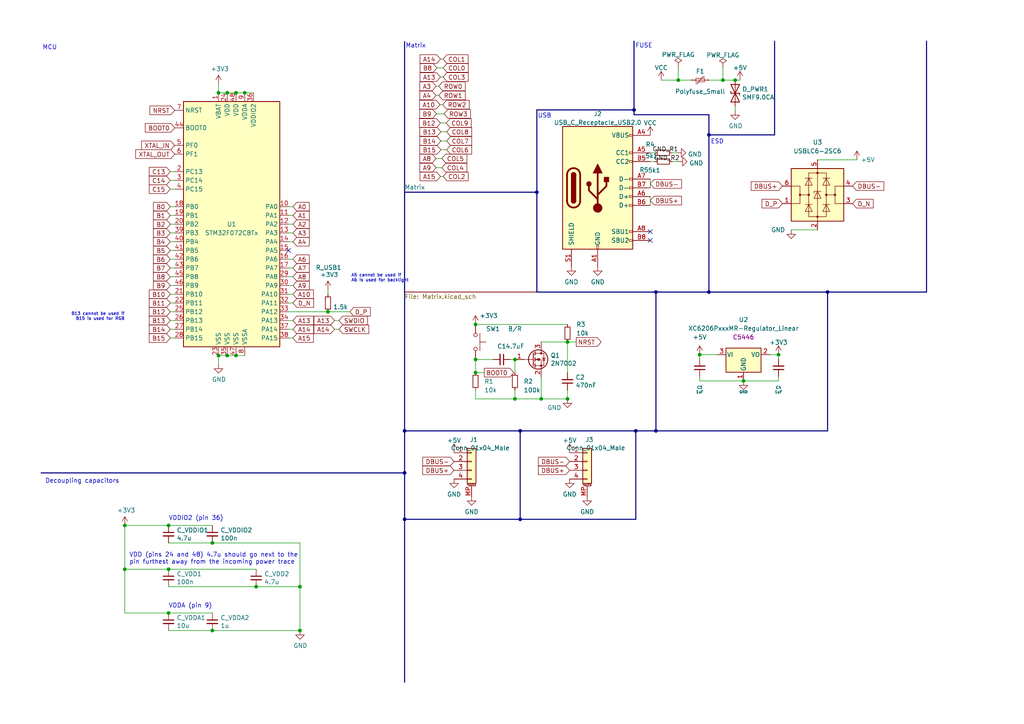
<source format=kicad_sch>
(kicad_sch (version 20211123) (generator eeschema)
  (paper "A4")
  (lib_symbols
    (symbol "Connector:USB_C_Receptacle_USB2.0" (pin_names (offset 1.016))
      (property "Reference" "J" (at -10.16 19.05 0))
      (property "Value" "USB_C_Receptacle_USB2.0" (at 19.05 19.05 0))
      (symbol "USB_C_Receptacle_USB2.0_0_0"
        (rectangle (start -0.254 -17.78) (end 0.254 -16.764))
        (rectangle (start 10.16 -14.986) (end 9.144 -15.494))
        (rectangle (start 10.16 -12.446) (end 9.144 -12.954))
        (rectangle (start 10.16 -4.826) (end 9.144 -5.334))
        (rectangle (start 10.16 -2.286) (end 9.144 -2.794))
        (rectangle (start 10.16 0.254) (end 9.144 -0.254))
        (rectangle (start 10.16 2.794) (end 9.144 2.286))
        (rectangle (start 10.16 7.874) (end 9.144 7.366))
        (rectangle (start 10.16 10.414) (end 9.144 9.906))
        (rectangle (start 10.16 15.494) (end 9.144 14.986))
      )
      (symbol "USB_C_Receptacle_USB2.0_0_1"
        (rectangle (start -10.16 17.78) (end 10.16 -17.78) (stroke (width 0.254)) (fill (type background)))
        (arc (start -8.89 -3.81) (mid -6.985 -5.715) (end -5.08 -3.81) (stroke (width 0.508)))
        (arc (start -7.62 -3.81) (mid -6.985 -4.445) (end -6.35 -3.81) (stroke (width 0.254)))
        (arc (start -7.62 -3.81) (mid -6.985 -4.445) (end -6.35 -3.81) (stroke (width 0.254)) (fill (type outline)))
        (rectangle (start -7.62 -3.81) (end -6.35 3.81) (stroke (width 0.254)) (fill (type outline)))
        (arc (start -6.35 3.81) (mid -6.985 4.445) (end -7.62 3.81) (stroke (width 0.254)))
        (arc (start -6.35 3.81) (mid -6.985 4.445) (end -7.62 3.81) (stroke (width 0.254)) (fill (type outline)))
        (arc (start -5.08 3.81) (mid -6.985 5.715) (end -8.89 3.81) (stroke (width 0.508)))
        (circle (center -2.54 1.143) (radius 0.635) (stroke (width 0.254)) (fill (type outline)))
        (circle (center 0 -5.842) (radius 1.27) (fill (type outline)))
        (polyline (pts (xy -8.89 -3.81) (xy -8.89 3.81)) (stroke (width 0.508)))
        (polyline (pts (xy -5.08 3.81) (xy -5.08 -3.81)) (stroke (width 0.508)))
        (polyline (pts (xy 0 -5.842) (xy 0 4.318)) (stroke (width 0.508)))
        (polyline (pts (xy 0 -3.302) (xy -2.54 -0.762) (xy -2.54 0.508)) (stroke (width 0.508)))
        (polyline (pts (xy 0 -2.032) (xy 2.54 0.508) (xy 2.54 1.778)) (stroke (width 0.508)))
        (polyline (pts (xy -1.27 4.318) (xy 0 6.858) (xy 1.27 4.318) (xy -1.27 4.318)) (stroke (width 0.254)) (fill (type outline)))
        (rectangle (start 1.905 1.778) (end 3.175 3.048) (stroke (width 0.254)) (fill (type outline)))
      )
      (symbol "USB_C_Receptacle_USB2.0_1_1"
        (pin passive line (at 0 -22.86 90) (length 5.08) (name "GND") (number "A1"))
        (pin passive line (at 0 -22.86 90) (length 5.08) hide (name "GND") (number "A12"))
        (pin passive line (at 15.24 15.24 180) (length 5.08) (name "VBUS") (number "A4"))
        (pin bidirectional line (at 15.24 10.16 180) (length 5.08) (name "CC1") (number "A5"))
        (pin bidirectional line (at 15.24 -2.54 180) (length 5.08) (name "D+") (number "A6"))
        (pin bidirectional line (at 15.24 2.54 180) (length 5.08) (name "D-") (number "A7"))
        (pin bidirectional line (at 15.24 -12.7 180) (length 5.08) (name "SBU1") (number "A8"))
        (pin passive line (at 15.24 15.24 180) (length 5.08) hide (name "VBUS") (number "A9"))
        (pin passive line (at 0 -22.86 90) (length 5.08) hide (name "GND") (number "B1"))
        (pin passive line (at 0 -22.86 90) (length 5.08) hide (name "GND") (number "B12"))
        (pin passive line (at 15.24 15.24 180) (length 5.08) hide (name "VBUS") (number "B4"))
        (pin bidirectional line (at 15.24 7.62 180) (length 5.08) (name "CC2") (number "B5"))
        (pin bidirectional line (at 15.24 -5.08 180) (length 5.08) (name "D+") (number "B6"))
        (pin bidirectional line (at 15.24 0 180) (length 5.08) (name "D-") (number "B7"))
        (pin bidirectional line (at 15.24 -15.24 180) (length 5.08) (name "SBU2") (number "B8"))
        (pin passive line (at 15.24 15.24 180) (length 5.08) hide (name "VBUS") (number "B9"))
        (pin passive line (at -7.62 -22.86 90) (length 5.08) (name "SHIELD") (number "S1"))
      )
    )
    (symbol "Connector_Generic_MountingPin:Conn_01x04_MountingPin" (pin_names (offset 1.016) hide)
      (property "Reference" "J" (at 0 5.08 0))
      (property "Value" "Conn_01x04_MountingPin" (at 1.27 -7.62 0))
      (symbol "Conn_01x04_MountingPin_1_1"
        (rectangle (start -1.27 -4.953) (end 0 -5.207) (stroke (width 0.1524)))
        (rectangle (start -1.27 -2.413) (end 0 -2.667) (stroke (width 0.1524)))
        (rectangle (start -1.27 0.127) (end 0 -0.127) (stroke (width 0.1524)))
        (rectangle (start -1.27 2.667) (end 0 2.413) (stroke (width 0.1524)))
        (rectangle (start -1.27 3.81) (end 1.27 -6.35) (stroke (width 0.254)) (fill (type background)))
        (polyline (pts (xy -1.016 -7.112) (xy 1.016 -7.112)) (stroke (width 0.1524)))
        (text "Mounting" (at 0 -6.731 0) (effects (font (size 0.381 0.381))))
        (pin passive line (at -5.08 2.54 0) (length 3.81) (name "Pin_1") (number "1"))
        (pin passive line (at -5.08 0 0) (length 3.81) (name "Pin_2") (number "2"))
        (pin passive line (at -5.08 -2.54 0) (length 3.81) (name "Pin_3") (number "3"))
        (pin passive line (at -5.08 -5.08 0) (length 3.81) (name "Pin_4") (number "4"))
        (pin passive line (at 0 -10.16 90) (length 3.048) (name "MountPin") (number "MP"))
      )
    )
    (symbol "Device:C_Small" (pin_numbers hide) (pin_names (offset 0.254) hide)
      (property "Reference" "C" (at 0.254 1.778 0))
      (property "Value" "C_Small" (at 0.254 -2.032 0))
      (symbol "C_Small_0_1"
        (polyline (pts (xy -1.524 -0.508) (xy 1.524 -0.508)) (stroke (width 0.3302)))
        (polyline (pts (xy -1.524 0.508) (xy 1.524 0.508)) (stroke (width 0.3048)))
      )
      (symbol "C_Small_1_1"
        (pin passive line (at 0 2.54 270) (length 2.032) (name "~") (number "1"))
        (pin passive line (at 0 -2.54 90) (length 2.032) (name "~") (number "2"))
      )
    )
    (symbol "Device:D_TVS" (pin_numbers hide) (pin_names (offset 1.016) hide)
      (property "Reference" "D" (at 0 2.54 0))
      (property "Value" "D_TVS" (at 0 -2.54 0))
      (symbol "D_TVS_0_1"
        (polyline (pts (xy 1.27 0) (xy -1.27 0)))
        (polyline (pts (xy 0.508 1.27) (xy 0 1.27) (xy 0 -1.27) (xy -0.508 -1.27)) (stroke (width 0.254)))
        (polyline (pts (xy -2.54 1.27) (xy -2.54 -1.27) (xy 2.54 1.27) (xy 2.54 -1.27) (xy -2.54 1.27)) (stroke (width 0.254)))
      )
      (symbol "D_TVS_1_1"
        (pin passive line (at -3.81 0 0) (length 2.54) (name "A1") (number "1"))
        (pin passive line (at 3.81 0 180) (length 2.54) (name "A2") (number "2"))
      )
    )
    (symbol "Device:Polyfuse_Small" (pin_numbers hide) (pin_names (offset 0))
      (property "Reference" "F" (at -1.905 0 90))
      (property "Value" "Polyfuse_Small" (at 1.905 0 90))
      (symbol "Polyfuse_Small_0_1"
        (rectangle (start -0.508 1.27) (end 0.508 -1.27))
        (polyline (pts (xy 0 2.54) (xy 0 -2.54)))
        (polyline (pts (xy -1.016 1.27) (xy -1.016 0.762) (xy 1.016 -0.762) (xy 1.016 -1.27)))
      )
      (symbol "Polyfuse_Small_1_1"
        (pin passive line (at 0 2.54 270) (length 0.635) (name "~") (number "1"))
        (pin passive line (at 0 -2.54 90) (length 0.635) (name "~") (number "2"))
      )
    )
    (symbol "Device:R_Small" (pin_numbers hide) (pin_names (offset 0.254) hide)
      (property "Reference" "R" (at 0.762 0.508 0))
      (property "Value" "R_Small" (at 0.762 -1.016 0))
      (symbol "R_Small_0_1"
        (rectangle (start -0.762 1.778) (end 0.762 -1.778) (stroke (width 0.2032)))
      )
      (symbol "R_Small_1_1"
        (pin passive line (at 0 2.54 270) (length 0.762) (name "~") (number "1"))
        (pin passive line (at 0 -2.54 90) (length 0.762) (name "~") (number "2"))
      )
    )
    (symbol "MCU_ST_STM32F0:STM32F072CBTx"
      (property "Reference" "U" (at -15.24 36.83 0))
      (property "Value" "STM32F072CBTx" (at 7.62 36.83 0))
      (symbol "STM32F072CBTx_0_1"
        (rectangle (start -15.24 -35.56) (end 12.7 35.56) (stroke (width 0.254)) (fill (type background)))
      )
      (symbol "STM32F072CBTx_1_1"
        (pin power_in line (at -5.08 38.1 270) (length 2.54) (name "VBAT") (number "1"))
        (pin bidirectional line (at 15.24 5.08 180) (length 2.54) (name "PA0") (number "10"))
        (pin bidirectional line (at 15.24 2.54 180) (length 2.54) (name "PA1") (number "11"))
        (pin bidirectional line (at 15.24 0 180) (length 2.54) (name "PA2") (number "12"))
        (pin bidirectional line (at 15.24 -2.54 180) (length 2.54) (name "PA3") (number "13"))
        (pin bidirectional line (at 15.24 -5.08 180) (length 2.54) (name "PA4") (number "14"))
        (pin bidirectional line (at 15.24 -7.62 180) (length 2.54) (name "PA5") (number "15"))
        (pin bidirectional line (at 15.24 -10.16 180) (length 2.54) (name "PA6") (number "16"))
        (pin bidirectional line (at 15.24 -12.7 180) (length 2.54) (name "PA7") (number "17"))
        (pin bidirectional line (at -17.78 5.08 0) (length 2.54) (name "PB0") (number "18"))
        (pin bidirectional line (at -17.78 2.54 0) (length 2.54) (name "PB1") (number "19"))
        (pin bidirectional line (at -17.78 15.24 0) (length 2.54) (name "PC13") (number "2"))
        (pin bidirectional line (at -17.78 0 0) (length 2.54) (name "PB2") (number "20"))
        (pin bidirectional line (at -17.78 -20.32 0) (length 2.54) (name "PB10") (number "21"))
        (pin bidirectional line (at -17.78 -22.86 0) (length 2.54) (name "PB11") (number "22"))
        (pin power_in line (at -5.08 -38.1 90) (length 2.54) (name "VSS") (number "23"))
        (pin power_in line (at -2.54 38.1 270) (length 2.54) (name "VDD") (number "24"))
        (pin bidirectional line (at -17.78 -25.4 0) (length 2.54) (name "PB12") (number "25"))
        (pin bidirectional line (at -17.78 -27.94 0) (length 2.54) (name "PB13") (number "26"))
        (pin bidirectional line (at -17.78 -30.48 0) (length 2.54) (name "PB14") (number "27"))
        (pin bidirectional line (at -17.78 -33.02 0) (length 2.54) (name "PB15") (number "28"))
        (pin bidirectional line (at 15.24 -15.24 180) (length 2.54) (name "PA8") (number "29"))
        (pin bidirectional line (at -17.78 12.7 0) (length 2.54) (name "PC14") (number "3"))
        (pin bidirectional line (at 15.24 -17.78 180) (length 2.54) (name "PA9") (number "30"))
        (pin bidirectional line (at 15.24 -20.32 180) (length 2.54) (name "PA10") (number "31"))
        (pin bidirectional line (at 15.24 -22.86 180) (length 2.54) (name "PA11") (number "32"))
        (pin bidirectional line (at 15.24 -25.4 180) (length 2.54) (name "PA12") (number "33"))
        (pin bidirectional line (at 15.24 -27.94 180) (length 2.54) (name "PA13") (number "34"))
        (pin power_in line (at -2.54 -38.1 90) (length 2.54) (name "VSS") (number "35"))
        (pin power_in line (at 5.08 38.1 270) (length 2.54) (name "VDDIO2") (number "36"))
        (pin bidirectional line (at 15.24 -30.48 180) (length 2.54) (name "PA14") (number "37"))
        (pin bidirectional line (at 15.24 -33.02 180) (length 2.54) (name "PA15") (number "38"))
        (pin bidirectional line (at -17.78 -2.54 0) (length 2.54) (name "PB3") (number "39"))
        (pin bidirectional line (at -17.78 10.16 0) (length 2.54) (name "PC15") (number "4"))
        (pin bidirectional line (at -17.78 -5.08 0) (length 2.54) (name "PB4") (number "40"))
        (pin bidirectional line (at -17.78 -7.62 0) (length 2.54) (name "PB5") (number "41"))
        (pin bidirectional line (at -17.78 -10.16 0) (length 2.54) (name "PB6") (number "42"))
        (pin bidirectional line (at -17.78 -12.7 0) (length 2.54) (name "PB7") (number "43"))
        (pin input line (at -17.78 27.94 0) (length 2.54) (name "BOOT0") (number "44"))
        (pin bidirectional line (at -17.78 -15.24 0) (length 2.54) (name "PB8") (number "45"))
        (pin bidirectional line (at -17.78 -17.78 0) (length 2.54) (name "PB9") (number "46"))
        (pin power_in line (at 0 -38.1 90) (length 2.54) (name "VSS") (number "47"))
        (pin power_in line (at 0 38.1 270) (length 2.54) (name "VDD") (number "48"))
        (pin input line (at -17.78 22.86 0) (length 2.54) (name "PF0") (number "5"))
        (pin input line (at -17.78 20.32 0) (length 2.54) (name "PF1") (number "6"))
        (pin input line (at -17.78 33.02 0) (length 2.54) (name "NRST") (number "7"))
        (pin power_in line (at 2.54 -38.1 90) (length 2.54) (name "VSSA") (number "8"))
        (pin power_in line (at 2.54 38.1 270) (length 2.54) (name "VDDA") (number "9"))
      )
    )
    (symbol "Power_Protection:USBLC6-2SC6" (pin_names hide)
      (property "Reference" "U" (at 2.54 8.89 0))
      (property "Value" "USBLC6-2SC6" (at 2.54 -8.89 0))
      (symbol "USBLC6-2SC6_0_1"
        (rectangle (start -7.62 -7.62) (end 7.62 7.62) (stroke (width 0.254)) (fill (type background)))
        (circle (center -5.08 0) (radius 0.254) (fill (type outline)))
        (circle (center -2.54 0) (radius 0.254) (fill (type outline)))
        (rectangle (start -2.54 6.35) (end 2.54 -6.35))
        (circle (center 0 -6.35) (radius 0.254) (fill (type outline)))
        (polyline (pts (xy -5.08 -2.54) (xy -7.62 -2.54)))
        (polyline (pts (xy -5.08 0) (xy -5.08 -2.54)))
        (polyline (pts (xy -5.08 2.54) (xy -7.62 2.54)))
        (polyline (pts (xy -1.524 -2.794) (xy -3.556 -2.794)))
        (polyline (pts (xy -1.524 4.826) (xy -3.556 4.826)))
        (polyline (pts (xy 0 -7.62) (xy 0 -6.35)))
        (polyline (pts (xy 0 -6.35) (xy 0 1.27)))
        (polyline (pts (xy 0 1.27) (xy 0 6.35)))
        (polyline (pts (xy 0 6.35) (xy 0 7.62)))
        (polyline (pts (xy 1.524 -2.794) (xy 3.556 -2.794)))
        (polyline (pts (xy 1.524 4.826) (xy 3.556 4.826)))
        (polyline (pts (xy 5.08 -2.54) (xy 7.62 -2.54)))
        (polyline (pts (xy 5.08 0) (xy 5.08 -2.54)))
        (polyline (pts (xy 5.08 2.54) (xy 7.62 2.54)))
        (polyline (pts (xy -2.54 0) (xy -5.08 0) (xy -5.08 2.54)))
        (polyline (pts (xy 2.54 0) (xy 5.08 0) (xy 5.08 2.54)))
        (polyline (pts (xy -3.556 -4.826) (xy -1.524 -4.826) (xy -2.54 -2.794) (xy -3.556 -4.826)))
        (polyline (pts (xy -3.556 2.794) (xy -1.524 2.794) (xy -2.54 4.826) (xy -3.556 2.794)))
        (polyline (pts (xy -1.016 -1.016) (xy 1.016 -1.016) (xy 0 1.016) (xy -1.016 -1.016)))
        (polyline (pts (xy 1.016 1.016) (xy 0.762 1.016) (xy -1.016 1.016) (xy -1.016 0.508)))
        (polyline (pts (xy 3.556 -4.826) (xy 1.524 -4.826) (xy 2.54 -2.794) (xy 3.556 -4.826)))
        (polyline (pts (xy 3.556 2.794) (xy 1.524 2.794) (xy 2.54 4.826) (xy 3.556 2.794)))
        (circle (center 0 6.35) (radius 0.254) (fill (type outline)))
        (circle (center 2.54 0) (radius 0.254) (fill (type outline)))
        (circle (center 5.08 0) (radius 0.254) (fill (type outline)))
      )
      (symbol "USBLC6-2SC6_1_1"
        (pin passive line (at -10.16 -2.54 0) (length 2.54) (name "I/O1") (number "1"))
        (pin passive line (at 0 -10.16 90) (length 2.54) (name "GND") (number "2"))
        (pin passive line (at 10.16 -2.54 180) (length 2.54) (name "I/O2") (number "3"))
        (pin passive line (at 10.16 2.54 180) (length 2.54) (name "I/O2") (number "4"))
        (pin passive line (at 0 10.16 270) (length 2.54) (name "VBUS") (number "5"))
        (pin passive line (at -10.16 2.54 0) (length 2.54) (name "I/O1") (number "6"))
      )
    )
    (symbol "Switch:SW_Push" (pin_numbers hide) (pin_names (offset 1.016) hide)
      (property "Reference" "SW" (at 1.27 2.54 0))
      (property "Value" "SW_Push" (at 0 -1.524 0))
      (symbol "SW_Push_0_1"
        (circle (center -2.032 0) (radius 0.508))
        (polyline (pts (xy 0 1.27) (xy 0 3.048)))
        (polyline (pts (xy 2.54 1.27) (xy -2.54 1.27)))
        (circle (center 2.032 0) (radius 0.508))
        (pin passive line (at -5.08 0 0) (length 2.54) (name "1") (number "1"))
        (pin passive line (at 5.08 0 180) (length 2.54) (name "2") (number "2"))
      )
    )
    (symbol "Transistor_FET:2N7002" (pin_names hide)
      (property "Reference" "Q" (at 5.08 1.905 0))
      (property "Value" "2N7002" (at 5.08 0 0))
      (symbol "2N7002_0_1"
        (polyline (pts (xy 0.254 0) (xy -2.54 0)))
        (polyline (pts (xy 0.254 1.905) (xy 0.254 -1.905)) (stroke (width 0.254)))
        (polyline (pts (xy 0.762 -1.27) (xy 0.762 -2.286)) (stroke (width 0.254)))
        (polyline (pts (xy 0.762 0.508) (xy 0.762 -0.508)) (stroke (width 0.254)))
        (polyline (pts (xy 0.762 2.286) (xy 0.762 1.27)) (stroke (width 0.254)))
        (polyline (pts (xy 2.54 2.54) (xy 2.54 1.778)))
        (polyline (pts (xy 2.54 -2.54) (xy 2.54 0) (xy 0.762 0)))
        (polyline (pts (xy 0.762 -1.778) (xy 3.302 -1.778) (xy 3.302 1.778) (xy 0.762 1.778)))
        (polyline (pts (xy 1.016 0) (xy 2.032 0.381) (xy 2.032 -0.381) (xy 1.016 0)) (fill (type outline)))
        (polyline (pts (xy 2.794 0.508) (xy 2.921 0.381) (xy 3.683 0.381) (xy 3.81 0.254)))
        (polyline (pts (xy 3.302 0.381) (xy 2.921 -0.254) (xy 3.683 -0.254) (xy 3.302 0.381)))
        (circle (center 1.651 0) (radius 2.794) (stroke (width 0.254)))
        (circle (center 2.54 -1.778) (radius 0.254) (fill (type outline)))
        (circle (center 2.54 1.778) (radius 0.254) (fill (type outline)))
      )
      (symbol "2N7002_1_1"
        (pin input line (at -5.08 0 0) (length 2.54) (name "G") (number "1"))
        (pin passive line (at 2.54 -5.08 90) (length 2.54) (name "S") (number "2"))
        (pin passive line (at 2.54 5.08 270) (length 2.54) (name "D") (number "3"))
      )
    )
    (symbol "kicad-keyboard-parts:XC6206PxxxMR-Regulator_Linear" (pin_names (offset 0.254))
      (property "Reference" "U" (at -3.81 3.175 0))
      (property "Value" "XC6206PxxxMR-Regulator_Linear" (at 0 3.175 0))
      (property "LCSC" "C5446" (at 0 0 0))
      (symbol "XC6206PxxxMR-Regulator_Linear_0_1"
        (rectangle (start -5.08 1.905) (end 5.08 -5.08) (stroke (width 0.254)) (fill (type background)))
      )
      (symbol "XC6206PxxxMR-Regulator_Linear_1_1"
        (pin power_in line (at 0 -7.62 90) (length 2.54) (name "GND") (number "1"))
        (pin power_out line (at 7.62 0 180) (length 2.54) (name "VO") (number "2"))
        (pin power_in line (at -7.62 0 0) (length 2.54) (name "VI") (number "3"))
      )
    )
    (symbol "power:+3.3V" (power) (pin_names (offset 0))
      (property "Value" "+3.3V" (at 0 3.556 0))
      (symbol "+3.3V_0_1"
        (polyline (pts (xy -0.762 1.27) (xy 0 2.54)))
        (polyline (pts (xy 0 0) (xy 0 2.54)))
        (polyline (pts (xy 0 2.54) (xy 0.762 1.27)))
      )
      (symbol "+3.3V_1_1"
        (pin power_in line (at 0 0 90) (length 0) hide (name "+3V3") (number "1"))
      )
    )
    (symbol "power:+5V" (power) (pin_names (offset 0))
      (property "Value" "+5V" (at 0 3.556 0))
      (symbol "+5V_0_1"
        (polyline (pts (xy -0.762 1.27) (xy 0 2.54)))
        (polyline (pts (xy 0 0) (xy 0 2.54)))
        (polyline (pts (xy 0 2.54) (xy 0.762 1.27)))
      )
      (symbol "+5V_1_1"
        (pin power_in line (at 0 0 90) (length 0) hide (name "+5V") (number "1"))
      )
    )
    (symbol "power:GND" (power) (pin_names (offset 0))
      (property "Value" "GND" (at 0 -3.81 0))
      (symbol "GND_0_1"
        (polyline (pts (xy 0 0) (xy 0 -1.27) (xy 1.27 -1.27) (xy 0 -2.54) (xy -1.27 -1.27) (xy 0 -1.27)))
      )
      (symbol "GND_1_1"
        (pin power_in line (at 0 0 270) (length 0) hide (name "GND") (number "1"))
      )
    )
    (symbol "power:PWR_FLAG" (power) (pin_numbers hide) (pin_names (offset 0) hide)
      (property "Value" "PWR_FLAG" (at 0 3.81 0))
      (symbol "PWR_FLAG_0_0"
        (pin power_out line (at 0 0 90) (length 0) (name "pwr") (number "1"))
      )
      (symbol "PWR_FLAG_0_1"
        (polyline (pts (xy 0 0) (xy 0 1.27) (xy -1.016 1.905) (xy 0 2.54) (xy 1.016 1.905) (xy 0 1.27)))
      )
    )
    (symbol "power:VCC" (power) (pin_names (offset 0))
      (property "Value" "VCC" (at 0 3.81 0))
      (symbol "VCC_0_1"
        (polyline (pts (xy -0.762 1.27) (xy 0 2.54)))
        (polyline (pts (xy 0 0) (xy 0 2.54)))
        (polyline (pts (xy 0 2.54) (xy 0.762 1.27)))
      )
      (symbol "VCC_1_1"
        (pin power_in line (at 0 0 90) (length 0) hide (name "VCC") (number "1"))
      )
    )
  )
  (junction (at 86.995 170.18))
  (junction (at 70.993 26.924))
  (junction (at 117.348 150.622))
  (junction (at 86.995 182.88))
  (junction (at 149.352 104.267) (diameter 0.9144))
  (junction (at 164.592 99.187) (diameter 0.9144))
  (junction (at 205.613 84.709))
  (junction (at 156.972 115.697))
  (junction (at 149.352 115.697) (diameter 0.9144))
  (junction (at 240.03 84.709))
  (junction (at 48.895 165.1))
  (junction (at 202.946 102.87) (diameter 0.9144))
  (junction (at 65.913 103.124))
  (junction (at 184.404 124.968))
  (junction (at 68.453 103.124))
  (junction (at 137.922 94.107) (diameter 0.9144))
  (junction (at 164.592 115.697))
  (junction (at 61.595 157.48))
  (junction (at 183.896 31.877))
  (junction (at 190.246 124.968))
  (junction (at 150.876 124.968))
  (junction (at 48.895 152.4))
  (junction (at 117.348 124.968))
  (junction (at 213.233 23.241))
  (junction (at 48.895 177.8))
  (junction (at 137.922 108.077) (diameter 0.9144))
  (junction (at 74.295 170.18))
  (junction (at 63.373 103.124))
  (junction (at 155.702 55.753))
  (junction (at 61.595 182.88))
  (junction (at 205.613 39.116))
  (junction (at 36.195 152.4))
  (junction (at 95.123 90.424))
  (junction (at 150.876 150.622))
  (junction (at 68.453 26.924))
  (junction (at 215.646 110.49) (diameter 0.9144))
  (junction (at 137.922 104.267) (diameter 0.9144))
  (junction (at 65.913 26.924))
  (junction (at 117.348 137.16))
  (junction (at 190.246 84.709))
  (junction (at 63.373 26.924))
  (junction (at 196.723 23.241))
  (junction (at 225.806 102.87) (diameter 0.9144))
  (junction (at 36.195 165.1))
  (junction (at 209.677 23.241))
  (no_connect (at 188.595 67.183))
  (no_connect (at 188.595 69.723))
  (no_connect (at 83.693 72.644))
  (wire (pts (xy 73.533 26.924) (xy 70.993 26.924)))
  (wire (pts (xy 50.673 87.884) (xy 49.403 87.884)))
  (wire (pts (xy 202.946 102.87) (xy 202.946 104.14)))
  (bus (pts (xy 150.876 150.622) (xy 184.404 150.622)))
  (wire (pts (xy 237.109 46.355) (xy 248.539 46.355)))
  (wire (pts (xy 127.762 51.181) (xy 128.524 51.181)))
  (wire (pts (xy 65.913 103.124) (xy 63.373 103.124)))
  (bus (pts (xy 205.613 39.116) (xy 205.613 84.709)))
  (bus (pts (xy 190.246 84.709) (xy 205.613 84.709)))
  (wire (pts (xy 61.595 157.48) (xy 48.895 157.48)))
  (wire (pts (xy 149.352 104.267) (xy 149.352 108.077)))
  (bus (pts (xy 183.896 31.877) (xy 183.896 33.274)))
  (wire (pts (xy 49.403 85.344) (xy 50.673 85.344)))
  (wire (pts (xy 83.693 92.964) (xy 84.963 92.964)))
  (wire (pts (xy 83.693 90.424) (xy 95.123 90.424)))
  (wire (pts (xy 225.806 109.22) (xy 225.806 110.49)))
  (wire (pts (xy 129.413 35.687) (xy 127.762 35.687)))
  (wire (pts (xy 129.54 43.434) (xy 127.889 43.434)))
  (wire (pts (xy 86.995 170.18) (xy 86.995 157.48)))
  (wire (pts (xy 126.492 25.019) (xy 127.254 25.019)))
  (wire (pts (xy 86.995 170.18) (xy 74.295 170.18)))
  (wire (pts (xy 49.403 72.644) (xy 50.673 72.644)))
  (wire (pts (xy 50.673 70.104) (xy 49.403 70.104)))
  (wire (pts (xy 50.673 62.484) (xy 49.403 62.484)))
  (wire (pts (xy 83.693 62.484) (xy 84.963 62.484)))
  (wire (pts (xy 129.54 38.227) (xy 127.889 38.227)))
  (wire (pts (xy 49.403 49.784) (xy 50.673 49.784)))
  (wire (pts (xy 49.403 90.424) (xy 50.673 90.424)))
  (wire (pts (xy 188.595 57.023) (xy 188.595 59.563)))
  (wire (pts (xy 68.453 103.124) (xy 65.913 103.124)))
  (wire (pts (xy 98.298 95.504) (xy 97.028 95.504)))
  (bus (pts (xy 184.404 124.968) (xy 190.246 124.968)))
  (wire (pts (xy 127.762 17.145) (xy 128.524 17.145)))
  (wire (pts (xy 188.595 51.943) (xy 188.595 54.483)))
  (wire (pts (xy 127.762 22.352) (xy 128.524 22.352)))
  (wire (pts (xy 36.195 165.1) (xy 36.195 177.8)))
  (wire (pts (xy 63.373 103.124) (xy 63.373 105.664)))
  (wire (pts (xy 97.028 92.964) (xy 98.298 92.964)))
  (bus (pts (xy 11.938 137.16) (xy 117.348 137.16)))
  (wire (pts (xy 202.946 109.22) (xy 202.946 110.49)))
  (wire (pts (xy 70.993 26.924) (xy 68.453 26.924)))
  (bus (pts (xy 183.896 11.938) (xy 183.896 31.877)))
  (wire (pts (xy 156.972 109.347) (xy 156.972 115.697)))
  (wire (pts (xy 149.352 115.697) (xy 156.972 115.697)))
  (wire (pts (xy 49.403 67.564) (xy 50.673 67.564)))
  (bus (pts (xy 224.663 39.116) (xy 205.613 39.116)))
  (bus (pts (xy 117.475 55.753) (xy 155.702 55.753)))
  (bus (pts (xy 117.348 12.065) (xy 117.348 124.968)))
  (bus (pts (xy 183.896 33.274) (xy 205.613 33.274)))
  (bus (pts (xy 150.876 124.968) (xy 150.876 150.622)))
  (wire (pts (xy 156.972 115.697) (xy 164.592 115.697)))
  (wire (pts (xy 48.895 165.1) (xy 74.295 165.1)))
  (bus (pts (xy 240.03 124.968) (xy 240.03 84.709)))
  (wire (pts (xy 50.673 77.724) (xy 49.403 77.724)))
  (bus (pts (xy 205.613 84.709) (xy 240.03 84.709)))
  (wire (pts (xy 36.195 165.1) (xy 48.895 165.1)))
  (wire (pts (xy 68.453 26.924) (xy 65.913 26.924)))
  (wire (pts (xy 50.673 52.324) (xy 49.403 52.324)))
  (wire (pts (xy 83.693 82.804) (xy 84.963 82.804)))
  (wire (pts (xy 84.963 85.344) (xy 83.693 85.344)))
  (wire (pts (xy 36.195 177.8) (xy 48.895 177.8)))
  (wire (pts (xy 84.963 65.024) (xy 83.693 65.024)))
  (wire (pts (xy 194.945 46.863) (xy 196.723 46.863)))
  (wire (pts (xy 129.54 40.894) (xy 127.889 40.894)))
  (wire (pts (xy 61.595 182.88) (xy 48.895 182.88)))
  (wire (pts (xy 86.995 182.88) (xy 86.995 170.18)))
  (wire (pts (xy 223.266 102.87) (xy 225.806 102.87)))
  (wire (pts (xy 189.865 44.323) (xy 188.595 44.323)))
  (wire (pts (xy 202.946 102.87) (xy 208.026 102.87)))
  (wire (pts (xy 95.123 90.424) (xy 101.473 90.424)))
  (wire (pts (xy 140.462 108.077) (xy 137.922 108.077)))
  (wire (pts (xy 84.963 59.944) (xy 83.693 59.944)))
  (wire (pts (xy 164.592 113.157) (xy 164.592 115.697)))
  (wire (pts (xy 49.403 65.024) (xy 50.673 65.024)))
  (wire (pts (xy 49.403 59.944) (xy 50.673 59.944)))
  (wire (pts (xy 36.195 152.4) (xy 48.895 152.4)))
  (bus (pts (xy 190.246 84.709) (xy 190.246 124.968)))
  (wire (pts (xy 84.963 80.264) (xy 83.693 80.264)))
  (wire (pts (xy 83.693 75.184) (xy 84.963 75.184)))
  (bus (pts (xy 117.348 137.16) (xy 117.348 150.622)))
  (wire (pts (xy 156.972 99.187) (xy 164.592 99.187)))
  (wire (pts (xy 189.865 46.863) (xy 188.595 46.863)))
  (wire (pts (xy 84.963 98.044) (xy 83.693 98.044)))
  (bus (pts (xy 224.663 11.938) (xy 224.663 39.116)))
  (wire (pts (xy 49.403 75.184) (xy 50.673 75.184)))
  (wire (pts (xy 229.489 66.675) (xy 237.109 66.675)))
  (wire (pts (xy 128.143 45.974) (xy 126.492 45.974)))
  (wire (pts (xy 205.613 23.241) (xy 209.677 23.241)))
  (bus (pts (xy 155.702 84.709) (xy 190.246 84.709)))
  (wire (pts (xy 148.082 104.267) (xy 149.352 104.267)))
  (wire (pts (xy 49.403 82.804) (xy 50.673 82.804)))
  (wire (pts (xy 49.403 92.964) (xy 50.673 92.964)))
  (wire (pts (xy 70.993 103.124) (xy 68.453 103.124)))
  (wire (pts (xy 164.592 108.077) (xy 164.592 99.187)))
  (wire (pts (xy 137.922 113.157) (xy 137.922 115.697)))
  (wire (pts (xy 137.922 115.697) (xy 149.352 115.697)))
  (wire (pts (xy 49.403 54.864) (xy 50.673 54.864)))
  (wire (pts (xy 83.693 77.724) (xy 84.963 77.724)))
  (wire (pts (xy 49.403 80.264) (xy 50.673 80.264)))
  (wire (pts (xy 126.746 19.685) (xy 128.524 19.685)))
  (bus (pts (xy 268.732 11.938) (xy 268.732 84.709)))
  (wire (pts (xy 167.132 99.187) (xy 164.592 99.187)))
  (wire (pts (xy 209.677 19.558) (xy 209.677 23.241)))
  (wire (pts (xy 225.806 102.87) (xy 225.806 104.14)))
  (bus (pts (xy 155.702 31.877) (xy 183.896 31.877)))
  (bus (pts (xy 205.613 33.274) (xy 205.613 39.116)))
  (wire (pts (xy 36.195 152.4) (xy 36.195 165.1)))
  (bus (pts (xy 190.246 124.968) (xy 240.03 124.968)))
  (wire (pts (xy 95.123 85.344) (xy 95.123 84.074)))
  (wire (pts (xy 48.895 170.18) (xy 74.295 170.18)))
  (bus (pts (xy 117.348 124.968) (xy 117.348 137.16)))
  (wire (pts (xy 196.723 23.241) (xy 200.533 23.241)))
  (wire (pts (xy 149.352 115.697) (xy 149.352 113.157)))
  (wire (pts (xy 215.646 110.49) (xy 202.946 110.49)))
  (wire (pts (xy 137.922 108.077) (xy 137.922 104.267)))
  (wire (pts (xy 86.995 157.48) (xy 61.595 157.48)))
  (wire (pts (xy 209.677 23.241) (xy 213.233 23.241)))
  (bus (pts (xy 155.702 55.753) (xy 155.702 84.709)))
  (wire (pts (xy 83.693 67.564) (xy 84.963 67.564)))
  (wire (pts (xy 137.922 94.107) (xy 164.592 94.107)))
  (wire (pts (xy 213.233 30.861) (xy 213.233 32.131)))
  (wire (pts (xy 126.492 27.686) (xy 127.254 27.686)))
  (wire (pts (xy 61.595 182.88) (xy 86.995 182.88)))
  (wire (pts (xy 65.913 26.924) (xy 63.373 26.924)))
  (wire (pts (xy 215.646 110.49) (xy 225.806 110.49)))
  (wire (pts (xy 49.403 95.504) (xy 50.673 95.504)))
  (wire (pts (xy 196.723 19.431) (xy 196.723 23.241)))
  (wire (pts (xy 213.233 23.241) (xy 214.63 23.241)))
  (wire (pts (xy 83.693 87.884) (xy 84.963 87.884)))
  (bus (pts (xy 117.348 124.968) (xy 150.876 124.968)))
  (bus (pts (xy 155.702 31.877) (xy 155.702 55.753)))
  (bus (pts (xy 117.348 150.622) (xy 117.348 197.866)))
  (wire (pts (xy 127.635 30.353) (xy 128.397 30.353)))
  (wire (pts (xy 84.963 95.504) (xy 83.693 95.504)))
  (wire (pts (xy 194.945 44.323) (xy 196.342 44.323)))
  (wire (pts (xy 48.895 177.8) (xy 61.595 177.8)))
  (wire (pts (xy 84.963 70.104) (xy 83.693 70.104)))
  (bus (pts (xy 117.348 150.622) (xy 150.876 150.622)))
  (wire (pts (xy 128.778 33.02) (xy 126.619 33.02)))
  (wire (pts (xy 191.77 23.241) (xy 196.723 23.241)))
  (wire (pts (xy 50.673 98.044) (xy 49.403 98.044)))
  (wire (pts (xy 48.895 152.4) (xy 61.595 152.4)))
  (wire (pts (xy 137.922 104.267) (xy 143.002 104.267)))
  (bus (pts (xy 150.876 124.968) (xy 184.404 124.968)))
  (bus (pts (xy 184.404 150.622) (xy 184.404 124.968)))
  (wire (pts (xy 63.373 26.924) (xy 63.373 24.384)))
  (wire (pts (xy 128.143 48.641) (xy 126.492 48.641)))
  (bus (pts (xy 240.03 84.709) (xy 268.732 84.709)))
  (text "A5 cannot be used if\nA6 is used for backlight" (at 101.854 81.915 0) (effects (font (size 0.889 0.889)) (justify left bottom)))
  (text "Decoupling capacitors\n" (at 13.081 140.335 0) (effects (font (size 1.27 1.27)) (justify left bottom)))
  (text "VDDIO2 (pin 36)" (at 48.895 151.13 0) (effects (font (size 1.27 1.27)) (justify left bottom)))
  (text "Matrix\n" (at 117.602 14.097 0) (effects (font (size 1.27 1.27)) (justify left bottom)))
  (text "USB\n" (at 155.956 34.417 0) (effects (font (size 1.27 1.27)) (justify left bottom)))
  (text "FUSE\n" (at 184.277 14.097 0) (effects (font (size 1.27 1.27)) (justify left bottom)))
  (text "MCU\n" (at 12.319 14.605 0) (effects (font (size 1.27 1.27)) (justify left bottom)))
  (text "ESD\n" (at 206.121 41.91 0) (effects (font (size 1.27 1.27)) (justify left bottom)))
  (text "B13 cannot be used if\nB15 is used for RGB" (at 36.195 93.091 180) (effects (font (size 0.889 0.889)) (justify right bottom)))
  (text "VDDA (pin 9)" (at 48.895 176.53 0) (effects (font (size 1.27 1.27)) (justify left bottom)))
  (text "VDD (pins 24 and 48) 4.7u should go next to the\npin furthest away from the incoming power trace" (at 37.465 163.83 0) (effects (font (size 1.27 1.27)) (justify left bottom)))
  (label "GND_R2" (at 189.611 46.863 0))
  (label "GND_R1" (at 189.23 44.323 0))
  (global_label "A1" (shape input) (at 84.963 62.484 0) (property "Intersheet References" "${INTERSHEET_REFS}" (effects hide)))
  (global_label "COL9" (shape input) (at 129.413 35.687 0) (property "Intersheet References" "${INTERSHEET_REFS}" (effects hide)))
  (global_label "XTAL_OUT" (shape input) (at 50.673 44.704 180) (property "Intersheet References" "${INTERSHEET_REFS}" (effects hide)))
  (global_label "B8" (shape input) (at 49.403 80.264 180) (property "Intersheet References" "${INTERSHEET_REFS}" (effects hide)))
  (global_label "B9" (shape input) (at 126.619 33.02 180) (property "Intersheet References" "${INTERSHEET_REFS}" (effects hide)))
  (global_label "A14" (shape input) (at 97.028 95.504 180) (property "Intersheet References" "${INTERSHEET_REFS}" (effects hide)))
  (global_label "B12" (shape input) (at 127.762 35.687 180) (property "Intersheet References" "${INTERSHEET_REFS}" (effects hide)))
  (global_label "COL4" (shape input) (at 128.143 48.641 0) (property "Intersheet References" "${INTERSHEET_REFS}" (effects hide)))
  (global_label "COL1" (shape input) (at 128.524 17.145 0) (property "Intersheet References" "${INTERSHEET_REFS}" (effects hide)))
  (global_label "D_N" (shape input) (at 247.269 59.055 0) (property "Intersheet References" "${INTERSHEET_REFS}" (effects hide)))
  (global_label "B13" (shape input) (at 49.403 92.964 180) (property "Intersheet References" "${INTERSHEET_REFS}" (effects hide)))
  (global_label "DBUS-" (shape input) (at 247.269 53.975 0) (property "Intersheet References" "${INTERSHEET_REFS}" (effects hide)))
  (global_label "A6" (shape input) (at 84.963 75.184 0) (property "Intersheet References" "${INTERSHEET_REFS}" (effects hide)))
  (global_label "ROW2" (shape input) (at 128.397 30.353 0) (property "Intersheet References" "${INTERSHEET_REFS}" (effects hide)))
  (global_label "ROW0" (shape input) (at 127.254 25.019 0) (property "Intersheet References" "${INTERSHEET_REFS}" (effects hide)))
  (global_label "B7" (shape input) (at 49.403 77.724 180) (property "Intersheet References" "${INTERSHEET_REFS}" (effects hide)))
  (global_label "A4" (shape input) (at 84.963 70.104 0) (property "Intersheet References" "${INTERSHEET_REFS}" (effects hide)))
  (global_label "DBUS-" (shape input) (at 131.699 133.858 180) (property "Intersheet References" "${INTERSHEET_REFS}" (effects hide)))
  (global_label "A15" (shape input) (at 84.963 98.044 0) (property "Intersheet References" "${INTERSHEET_REFS}" (effects hide)))
  (global_label "B14" (shape input) (at 127.889 40.894 180) (property "Intersheet References" "${INTERSHEET_REFS}" (effects hide)))
  (global_label "COL0" (shape input) (at 128.524 19.685 0) (property "Intersheet References" "${INTERSHEET_REFS}" (effects hide)))
  (global_label "D_N" (shape input) (at 84.963 87.884 0) (property "Intersheet References" "${INTERSHEET_REFS}" (effects hide)))
  (global_label "DBUS+" (shape input) (at 188.595 58.166 0) (property "Intersheet References" "${INTERSHEET_REFS}" (effects hide)))
  (global_label "A10" (shape input) (at 127.635 30.353 180) (property "Intersheet References" "${INTERSHEET_REFS}" (effects hide)))
  (global_label "COL2" (shape input) (at 128.524 51.181 0) (property "Intersheet References" "${INTERSHEET_REFS}" (effects hide)))
  (global_label "A8" (shape input) (at 84.963 80.264 0) (property "Intersheet References" "${INTERSHEET_REFS}" (effects hide)))
  (global_label "DBUS+" (shape input) (at 165.227 136.398 180) (property "Intersheet References" "${INTERSHEET_REFS}" (effects hide)))
  (global_label "NRST" (shape output) (at 167.132 99.187 0) (property "Intersheet References" "${INTERSHEET_REFS}" (effects hide)))
  (global_label "D_P" (shape input) (at 101.473 90.424 0) (property "Intersheet References" "${INTERSHEET_REFS}" (effects hide)))
  (global_label "B0" (shape input) (at 49.403 59.944 180) (property "Intersheet References" "${INTERSHEET_REFS}" (effects hide)))
  (global_label "A2" (shape input) (at 84.963 65.024 0) (property "Intersheet References" "${INTERSHEET_REFS}" (effects hide)))
  (global_label "D_P" (shape input) (at 226.949 59.055 180) (property "Intersheet References" "${INTERSHEET_REFS}" (effects hide)))
  (global_label "C15" (shape input) (at 49.403 54.864 180) (property "Intersheet References" "${INTERSHEET_REFS}" (effects hide)))
  (global_label "B4" (shape input) (at 49.403 70.104 180) (property "Intersheet References" "${INTERSHEET_REFS}" (effects hide)))
  (global_label "A7" (shape input) (at 84.963 77.724 0) (property "Intersheet References" "${INTERSHEET_REFS}" (effects hide)))
  (global_label "B5" (shape input) (at 49.403 72.644 180) (property "Intersheet References" "${INTERSHEET_REFS}" (effects hide)))
  (global_label "C13" (shape input) (at 49.403 49.784 180) (property "Intersheet References" "${INTERSHEET_REFS}" (effects hide)))
  (global_label "COL7" (shape input) (at 129.54 40.894 0) (property "Intersheet References" "${INTERSHEET_REFS}" (effects hide)))
  (global_label "A14" (shape input) (at 127.762 17.145 180) (property "Intersheet References" "${INTERSHEET_REFS}" (effects hide)))
  (global_label "A8" (shape input) (at 126.492 45.974 180) (property "Intersheet References" "${INTERSHEET_REFS}" (effects hide)))
  (global_label "A13" (shape input) (at 97.028 92.964 180) (property "Intersheet References" "${INTERSHEET_REFS}" (effects hide)))
  (global_label "SWCLK" (shape input) (at 98.298 95.504 0) (property "Intersheet References" "${INTERSHEET_REFS}" (effects hide)))
  (global_label "B6" (shape input) (at 49.403 75.184 180) (property "Intersheet References" "${INTERSHEET_REFS}" (effects hide)))
  (global_label "BOOT0" (shape output) (at 140.462 108.077 0) (property "Intersheet References" "${INTERSHEET_REFS}" (effects hide)))
  (global_label "A15" (shape input) (at 127.762 51.181 180) (property "Intersheet References" "${INTERSHEET_REFS}" (effects hide)))
  (global_label "A3" (shape input) (at 126.492 25.019 180) (property "Intersheet References" "${INTERSHEET_REFS}" (effects hide)))
  (global_label "COL6" (shape input) (at 129.54 43.434 0) (property "Intersheet References" "${INTERSHEET_REFS}" (effects hide)))
  (global_label "B12" (shape input) (at 49.403 90.424 180) (property "Intersheet References" "${INTERSHEET_REFS}" (effects hide)))
  (global_label "B11" (shape input) (at 49.403 87.884 180) (property "Intersheet References" "${INTERSHEET_REFS}" (effects hide)))
  (global_label "A13" (shape input) (at 84.963 92.964 0) (property "Intersheet References" "${INTERSHEET_REFS}" (effects hide)))
  (global_label "DBUS+" (shape input) (at 226.949 53.975 180) (property "Intersheet References" "${INTERSHEET_REFS}" (effects hide)))
  (global_label "A9" (shape input) (at 84.963 82.804 0) (property "Intersheet References" "${INTERSHEET_REFS}" (effects hide)))
  (global_label "A13" (shape input) (at 127.762 22.352 180) (property "Intersheet References" "${INTERSHEET_REFS}" (effects hide)))
  (global_label "B8" (shape input) (at 126.746 19.685 180) (property "Intersheet References" "${INTERSHEET_REFS}" (effects hide)))
  (global_label "A3" (shape input) (at 84.963 67.564 0) (property "Intersheet References" "${INTERSHEET_REFS}" (effects hide)))
  (global_label "B9" (shape input) (at 49.403 82.804 180) (property "Intersheet References" "${INTERSHEET_REFS}" (effects hide)))
  (global_label "A10" (shape input) (at 84.963 85.344 0) (property "Intersheet References" "${INTERSHEET_REFS}" (effects hide)))
  (global_label "DBUS+" (shape input) (at 131.699 136.398 180) (property "Intersheet References" "${INTERSHEET_REFS}" (effects hide)))
  (global_label "B3" (shape input) (at 49.403 67.564 180) (property "Intersheet References" "${INTERSHEET_REFS}" (effects hide)))
  (global_label "ROW3" (shape input) (at 128.778 33.02 0) (property "Intersheet References" "${INTERSHEET_REFS}" (effects hide)))
  (global_label "A14" (shape input) (at 84.963 95.504 0) (property "Intersheet References" "${INTERSHEET_REFS}" (effects hide)))
  (global_label "BOOT0" (shape input) (at 50.673 37.084 180) (property "Intersheet References" "${INTERSHEET_REFS}" (effects hide)))
  (global_label "COL3" (shape input) (at 128.524 22.352 0) (property "Intersheet References" "${INTERSHEET_REFS}" (effects hide)))
  (global_label "COL5" (shape input) (at 128.143 45.974 0) (property "Intersheet References" "${INTERSHEET_REFS}" (effects hide)))
  (global_label "B15" (shape input) (at 127.889 43.434 180) (property "Intersheet References" "${INTERSHEET_REFS}" (effects hide)))
  (global_label "COL8" (shape input) (at 129.54 38.227 0) (property "Intersheet References" "${INTERSHEET_REFS}" (effects hide)))
  (global_label "DBUS-" (shape input) (at 165.227 133.858 180) (property "Intersheet References" "${INTERSHEET_REFS}" (effects hide)))
  (global_label "A9" (shape input) (at 126.492 48.641 180) (property "Intersheet References" "${INTERSHEET_REFS}" (effects hide)))
  (global_label "DBUS-" (shape input) (at 188.595 53.34 0) (property "Intersheet References" "${INTERSHEET_REFS}" (effects hide)))
  (global_label "B13" (shape input) (at 127.889 38.227 180) (property "Intersheet References" "${INTERSHEET_REFS}" (effects hide)))
  (global_label "B15" (shape input) (at 49.403 98.044 180) (property "Intersheet References" "${INTERSHEET_REFS}" (effects hide)))
  (global_label "A0" (shape input) (at 84.963 59.944 0) (property "Intersheet References" "${INTERSHEET_REFS}" (effects hide)))
  (global_label "B2" (shape input) (at 49.403 65.024 180) (property "Intersheet References" "${INTERSHEET_REFS}" (effects hide)))
  (global_label "A4" (shape input) (at 126.492 27.686 180) (property "Intersheet References" "${INTERSHEET_REFS}" (effects hide)))
  (global_label "B1" (shape input) (at 49.403 62.484 180) (property "Intersheet References" "${INTERSHEET_REFS}" (effects hide)))
  (global_label "NRST" (shape input) (at 50.673 32.004 180) (property "Intersheet References" "${INTERSHEET_REFS}" (effects hide)))
  (global_label "XTAL_IN" (shape input) (at 50.673 42.164 180) (property "Intersheet References" "${INTERSHEET_REFS}" (effects hide)))
  (global_label "ROW1" (shape input) (at 127.254 27.686 0) (property "Intersheet References" "${INTERSHEET_REFS}" (effects hide)))
  (global_label "B10" (shape input) (at 49.403 85.344 180) (property "Intersheet References" "${INTERSHEET_REFS}" (effects hide)))
  (global_label "B14" (shape input) (at 49.403 95.504 180) (property "Intersheet References" "${INTERSHEET_REFS}" (effects hide)))
  (global_label "C14" (shape input) (at 49.403 52.324 180) (property "Intersheet References" "${INTERSHEET_REFS}" (effects hide)))
  (global_label "SWDIO" (shape input) (at 98.298 92.964 0) (property "Intersheet References" "${INTERSHEET_REFS}" (effects hide)))
  (symbol (lib_id "power:GND") (at 131.699 138.938 0) (unit 1)
    (property "Reference" "#PWR07" (effects hide))
    (property "Value" "GND" (at 131.699 143.3814 0))
  )
  (symbol (lib_id "power:+5V") (at 165.227 131.318 0) (unit 1)
    (property "Reference" "#PWR0102" (effects hide))
    (property "Value" "+5V" (at 165.227 127.7422 0))
  )
  (symbol (lib_id "power:+3.3V") (at 225.806 102.87 0) (unit 1)
    (property "Reference" "#PWR021" (effects hide))
    (property "Value" "+3.3V" (at 225.806 99.3226 0))
  )
  (symbol (lib_id "power:PWR_FLAG") (at 196.723 19.431 0) (unit 1)
    (property "Reference" "#FLG01" (effects hide))
    (property "Value" "PWR_FLAG" (at 196.723 15.8552 0))
  )
  (symbol (lib_id "Connector_Generic_MountingPin:Conn_01x04_MountingPin") (at 136.779 133.858 0) (unit 1)
    (property "Reference" "J1" (at 137.414 127.542 0))
    (property "Value" "Conn_01x04_Male" (at 139.319 129.921 0))
    (property "Footprint" "Connector_JST:JST_SH_SM04B-SRSS-TB_1x04-1MP_P1.00mm_Horizontal" (effects hide))
  )
  (symbol (lib_id "Device:C_Small") (at 61.595 154.94 0) (unit 1)
    (property "Reference" "C_VDDIO2" (at 63.9318 153.7716 0) (effects (justify left)))
    (property "Value" "100n" (at 63.9318 156.083 0) (effects (justify left)))
    (property "Footprint" "Capacitor_SMD:C_0603_1608Metric" (effects hide))
  )
  (symbol (lib_id "power:+5V") (at 214.63 23.241 0) (unit 1)
    (property "Reference" "#PWR019" (effects hide))
    (property "Value" "+5V" (at 214.63 19.6652 0))
  )
  (symbol (lib_id "power:+5V") (at 248.539 46.355 0) (unit 1)
    (property "Reference" "#PWR023" (effects hide))
    (property "Value" "+5V" (at 251.714 46.355 0))
  )
  (symbol (lib_id "kicad-keyboard-parts:XC6206PxxxMR-Regulator_Linear") (at 215.646 102.87 0) (unit 1)
    (property "Reference" "U2" (at 215.646 92.71 0))
    (property "Value" "XC6206PxxxMR-Regulator_Linear" (at 215.646 95.25 0))
    (property "Footprint" "Package_TO_SOT_SMD:SOT-23" (effects hide))
    (property "Datasheet" "https://www.torexsemi.com/file/xc6206/XC6206.pdf" (effects hide))
    (property "LCSC" "C5446" (at 215.646 97.79 0))
  )
  (symbol (lib_id "power:+3.3V") (at 137.922 94.107 0) (unit 1)
    (property "Reference" "#PWR09" (effects hide))
    (property "Value" "+3.3V" (at 141.732 91.567 0))
  )
  (symbol (lib_id "power:GND") (at 170.307 144.018 0) (unit 1)
    (property "Reference" "#PWR0103" (effects hide))
    (property "Value" "GND" (at 170.307 148.4614 0))
  )
  (symbol (lib_id "Device:Polyfuse_Small") (at 203.073 23.241 270) (unit 1)
    (property "Reference" "F1" (at 203.073 20.701 90))
    (property "Value" "Polyfuse_Small" (at 203.073 26.543 90))
    (property "Footprint" "Fuse:Fuse_0603_1608Metric" (effects hide))
  )
  (symbol (lib_id "Connector_Generic_MountingPin:Conn_01x04_MountingPin") (at 170.307 133.858 0) (unit 1)
    (property "Reference" "J3" (at 170.942 127.542 0))
    (property "Value" "Conn_01x04_Male" (at 172.847 129.921 0))
    (property "Footprint" "Connector_Molex:Molex_Pico-EZmate_78171-0004_1x04-1MP_P1.20mm_Vertical" (effects hide))
  )
  (symbol (lib_id "power:GND") (at 86.995 182.88 0) (unit 1)
    (property "Reference" "#PWR04" (effects hide))
    (property "Value" "GND" (at 87.122 187.2742 0))
  )
  (symbol (lib_id "power:VCC") (at 191.77 23.241 0) (unit 1)
    (property "Reference" "#PWR014" (effects hide))
    (property "Value" "VCC" (at 191.77 19.6652 0))
  )
  (symbol (lib_id "power:GND") (at 213.233 32.131 0) (unit 1)
    (property "Reference" "#PWR018" (effects hide))
    (property "Value" "GND" (at 213.36 36.5252 0))
  )
  (symbol (lib_id "power:+5V") (at 131.699 131.318 0) (unit 1)
    (property "Reference" "#PWR06" (effects hide))
    (property "Value" "+5V" (at 131.699 127.7422 0))
  )
  (symbol (lib_id "Device:C_Small") (at 48.895 167.64 0) (unit 1)
    (property "Reference" "C_VDD1" (at 51.2318 166.4716 0) (effects (justify left)))
    (property "Value" "100n" (at 51.2318 168.783 0) (effects (justify left)))
    (property "Footprint" "Capacitor_SMD:C_0603_1608Metric" (effects hide))
  )
  (symbol (lib_id "power:GND") (at 63.373 105.664 0) (unit 1)
    (property "Reference" "#PWR03" (effects hide))
    (property "Value" "GND" (at 63.5 110.0582 0))
  )
  (symbol (lib_id "Transistor_FET:2N7002") (at 154.432 104.267 0) (unit 1)
    (property "Reference" "Q1" (at 159.6644 103.0986 0) (effects (justify left)))
    (property "Value" "2N7002" (at 159.6644 105.41 0) (effects (justify left)))
    (property "Footprint" "Package_TO_SOT_SMD:SOT-23" (effects hide))
    (property "Datasheet" "https://www.fairchildsemi.com/datasheets/2N/2N7002.pdf" (effects hide))
    (property "LCSC" "C8545" (effects hide))
  )
  (symbol (lib_id "Device:C_Small") (at 74.295 167.64 0) (unit 1)
    (property "Reference" "C_VDD2" (at 76.6318 166.4716 0) (effects (justify left)))
    (property "Value" "4.7u" (at 76.6318 168.783 0) (effects (justify left)))
    (property "Footprint" "Capacitor_SMD:C_0603_1608Metric" (effects hide))
  )
  (symbol (lib_id "Power_Protection:USBLC6-2SC6") (at 237.109 56.515 0) (unit 1)
    (property "Reference" "U3" (at 237.109 41.275 0))
    (property "Value" "USBLC6-2SC6" (at 237.109 43.815 0))
    (property "Footprint" "Package_TO_SOT_SMD:SOT-23-6" (effects hide))
    (property "Datasheet" "https://www.st.com/resource/en/datasheet/usblc6-2.pdf" (effects hide))
    (property "LCSC" "C2827654" (effects hide))
  )
  (symbol (lib_id "power:+5V") (at 202.946 102.87 0) (unit 1)
    (property "Reference" "#PWR017" (effects hide))
    (property "Value" "+5V" (at 202.946 97.79 0))
  )
  (symbol (lib_id "Device:C_Small") (at 164.592 110.617 180) (unit 1)
    (property "Reference" "C2" (at 166.9288 109.4486 0) (effects (justify right)))
    (property "Value" "470nF" (at 166.9288 111.76 0) (effects (justify right)))
    (property "Footprint" "Capacitor_SMD:C_0402_1005Metric" (effects hide))
    (property "LCSC" "C47339" (effects hide))
  )
  (symbol (lib_id "power:GND") (at 215.646 110.49 0) (unit 1)
    (property "Reference" "#PWR020" (effects hide))
    (property "Value" "GND" (at 215.646 113.665 0) (effects (font (size 0.762 0.762))))
  )
  (symbol (lib_id "MCU_ST_STM32F0:STM32F072CBTx") (at 68.453 65.024 0) (unit 1)
    (property "Reference" "U1" (at 67.183 65.024 0))
    (property "Value" "STM32F072CBTx" (at 67.183 67.564 0))
    (property "Footprint" "Package_QFP:LQFP-48_7x7mm_P0.5mm" (effects hide))
    (property "Datasheet" "http://www.st.com/st-web-ui/static/active/en/resource/technical/document/datasheet/DM00090510.pdf" (effects hide))
  )
  (symbol (lib_id "power:GND") (at 164.592 115.697 0) (unit 1)
    (property "Reference" "#PWR010" (effects hide))
    (property "Value" "GND" (at 160.782 118.237 0))
  )
  (symbol (lib_id "power:+3.3V") (at 63.373 24.384 0) (unit 1)
    (property "Reference" "#PWR02" (effects hide))
    (property "Value" "+3.3V" (at 63.754 19.9898 0))
  )
  (symbol (lib_id "power:GND") (at 196.723 46.863 90) (unit 1)
    (property "Reference" "#PWR016" (effects hide))
    (property "Value" "GND" (at 199.898 47.2968 90) (effects (justify right)))
  )
  (symbol (lib_id "power:GND") (at 136.779 144.018 0) (unit 1)
    (property "Reference" "#PWR08" (effects hide))
    (property "Value" "GND" (at 136.779 148.4614 0))
  )
  (symbol (lib_id "Device:R_Small") (at 192.405 44.323 90) (unit 1)
    (property "Reference" "R4" (at 188.595 41.91 90))
    (property "Value" "5k1" (at 188.976 45.212 90))
    (property "Footprint" "Resistor_SMD:R_0603_1608Metric" (effects hide))
  )
  (symbol (lib_id "Device:R_Small") (at 149.352 110.617 0) (unit 1)
    (property "Reference" "R2" (at 151.892 110.617 0) (effects (justify left)))
    (property "Value" "100k" (at 151.892 113.157 0) (effects (justify left)))
    (property "Footprint" "Resistor_SMD:R_0402_1005Metric" (effects hide))
    (property "LCSC" "C25741" (effects hide))
  )
  (symbol (lib_id "power:GND") (at 229.489 66.675 0) (unit 1)
    (property "Reference" "#PWR022" (effects hide))
    (property "Value" "GND" (at 225.679 66.675 0))
  )
  (symbol (lib_id "power:+3.3V") (at 95.123 84.074 0) (unit 1)
    (property "Reference" "#PWR05" (effects hide))
    (property "Value" "+3.3V" (at 95.504 79.6798 0))
  )
  (symbol (lib_id "Device:C_Small") (at 48.895 180.34 0) (unit 1)
    (property "Reference" "C_VDDA1" (at 51.2318 179.1716 0) (effects (justify left)))
    (property "Value" "10u" (at 51.2318 181.483 0) (effects (justify left)))
    (property "Footprint" "Capacitor_SMD:C_0603_1608Metric" (effects hide))
  )
  (symbol (lib_id "power:GND") (at 196.342 44.323 90) (unit 1)
    (property "Reference" "#PWR015" (effects hide))
    (property "Value" "GND" (at 199.517 44.7568 90) (effects (justify right)))
  )
  (symbol (lib_id "Connector:USB_C_Receptacle_USB2.0") (at 173.355 54.483 0) (unit 1)
    (property "Reference" "J2" (at 173.355 33.0032 0))
    (property "Value" "USB_C_Receptacle_USB2.0" (at 173.355 35.5401 0))
    (property "Footprint" "Connector_USB:USB_C_Receptacle_HRO_TYPE-C-31-M-12" (effects hide))
    (property "Datasheet" "https://www.usb.org/sites/default/files/documents/usb_type-c.zip" (effects hide))
  )
  (symbol (lib_id "power:GND") (at 165.735 77.343 0) (unit 1)
    (property "Reference" "#PWR011" (effects hide))
    (property "Value" "GND" (at 165.735 81.7864 0))
  )
  (symbol (lib_id "Device:D_TVS") (at 213.233 27.051 270) (unit 1)
    (property "Reference" "D_PWR1" (at 215.2396 25.8826 90) (effects (justify left)))
    (property "Value" "SMF9.0CA" (at 215.2396 28.194 90) (effects (justify left)))
    (property "Footprint" "Diode_SMD:D_SOD-123" (effects hide))
  )
  (symbol (lib_id "Device:R_Small") (at 95.123 87.884 0) (unit 1)
    (property "Reference" "R_USB1" (at 91.567 77.597 0) (effects (justify left)))
    (property "Value" "1.5k" (at 96.6216 89.027 0) (effects (justify left)))
    (property "Footprint" "Resistor_SMD:R_0603_1608Metric" (effects hide))
  )
  (symbol (lib_id "Device:C_Small") (at 225.806 106.68 180) (unit 1)
    (property "Reference" "C4" (at 225.806 112.395 0) (effects (font (size 0.762 0.762))))
    (property "Value" "1uF" (at 225.806 113.665 0) (effects (font (size 0.762 0.762))))
    (property "Footprint" "Capacitor_SMD:C_0402_1005Metric" (effects hide))
    (property "LCSC" "C52923" (effects hide))
  )
  (symbol (lib_id "Device:C_Small") (at 61.595 180.34 0) (unit 1)
    (property "Reference" "C_VDDA2" (at 63.9318 179.1716 0) (effects (justify left)))
    (property "Value" "1u" (at 63.9318 181.483 0) (effects (justify left)))
    (property "Footprint" "Capacitor_SMD:C_0603_1608Metric" (effects hide))
  )
  (symbol (lib_id "Device:C_Small") (at 48.895 154.94 0) (unit 1)
    (property "Reference" "C_VDDIO1" (at 51.2318 153.7716 0) (effects (justify left)))
    (property "Value" "4.7u" (at 51.2318 156.083 0) (effects (justify left)))
    (property "Footprint" "Capacitor_SMD:C_0603_1608Metric" (effects hide))
  )
  (symbol (lib_id "Device:R_Small") (at 137.922 110.617 0) (unit 1)
    (property "Reference" "R1" (at 140.462 110.617 0) (effects (justify left)))
    (property "Value" "10k" (at 140.462 113.157 0) (effects (justify left)))
    (property "Footprint" "Resistor_SMD:R_0402_1005Metric" (effects hide))
    (property "LCSC" "C25744" (effects hide))
  )
  (symbol (lib_id "Device:C_Small") (at 145.542 104.267 270) (unit 1)
    (property "Reference" "C1" (at 145.542 100.457 90))
    (property "Value" "4.7uF" (at 149.352 100.457 90))
    (property "Footprint" "Capacitor_SMD:C_0402_1005Metric" (effects hide))
    (property "LCSC" "C23733" (effects hide))
  )
  (symbol (lib_id "power:PWR_FLAG") (at 209.677 19.558 0) (unit 1)
    (property "Reference" "#FLG02" (effects hide))
    (property "Value" "PWR_FLAG" (at 209.677 15.9822 0))
  )
  (symbol (lib_id "power:+3.3V") (at 36.195 152.4 0) (unit 1)
    (property "Reference" "#PWR01" (effects hide))
    (property "Value" "+3.3V" (at 36.576 148.0058 0))
  )
  (symbol (lib_id "power:GND") (at 173.355 77.343 0) (unit 1)
    (property "Reference" "#PWR012" (effects hide))
    (property "Value" "GND" (at 173.355 81.7864 0))
  )
  (symbol (lib_id "Switch:SW_Push") (at 137.922 99.187 270) (unit 1)
    (property "Reference" "SW1" (at 143.002 95.377 90))
    (property "Value" "B/R" (at 149.352 95.377 90))
    (property "Footprint" "Button_Switch_SMD:SW_SPST_TL3342" (effects hide))
    (property "LCSC" "C318884" (effects hide))
  )
  (symbol (lib_id "Device:C_Small") (at 202.946 106.68 180) (unit 1)
    (property "Reference" "C3" (at 202.946 112.395 0) (effects (font (size 0.762 0.762))))
    (property "Value" "1uF" (at 202.946 113.665 0) (effects (font (size 0.762 0.762))))
    (property "Footprint" "Capacitor_SMD:C_0402_1005Metric" (effects hide))
    (property "LCSC" "C52923" (effects hide))
  )
  (symbol (lib_id "Device:R_Small") (at 164.592 96.647 0) (unit 1)
    (property "Reference" "R3" (at 167.132 94.107 0) (effects (justify left)))
    (property "Value" "10k" (at 167.132 96.647 0) (effects (justify left)))
    (property "Footprint" "Resistor_SMD:R_0402_1005Metric" (effects hide))
    (property "LCSC" "C25744" (effects hide))
  )
  (symbol (lib_id "power:VCC") (at 188.595 39.243 0) (unit 1)
    (property "Reference" "#PWR013" (effects hide))
    (property "Value" "VCC" (at 188.595 35.6672 0))
  )
  (symbol (lib_id "Device:R_Small") (at 192.405 46.863 90) (unit 1)
    (property "Reference" "R5" (at 186.817 49.276 90))
    (property "Value" "5k1" (at 189.738 49.403 90))
    (property "Footprint" "Resistor_SMD:R_0603_1608Metric" (effects hide))
  )
  (symbol (lib_id "power:GND") (at 165.227 138.938 0) (unit 1)
    (property "Reference" "#PWR0101" (effects hide))
    (property "Value" "GND" (at 165.227 143.3814 0))
  )
  (sheet (at 117.348 55.753) (size 38.354 28.956) (stroke (width 0.1524))
    (property "Sheet name" "Matrix" (at 117.348 55.0414 0) (effects (justify left bottom)))
    (property "Sheet file" "Matrix.kicad_sch" (at 117.348 85.2936 0) (effects (justify left top)))
  )
)
</source>
